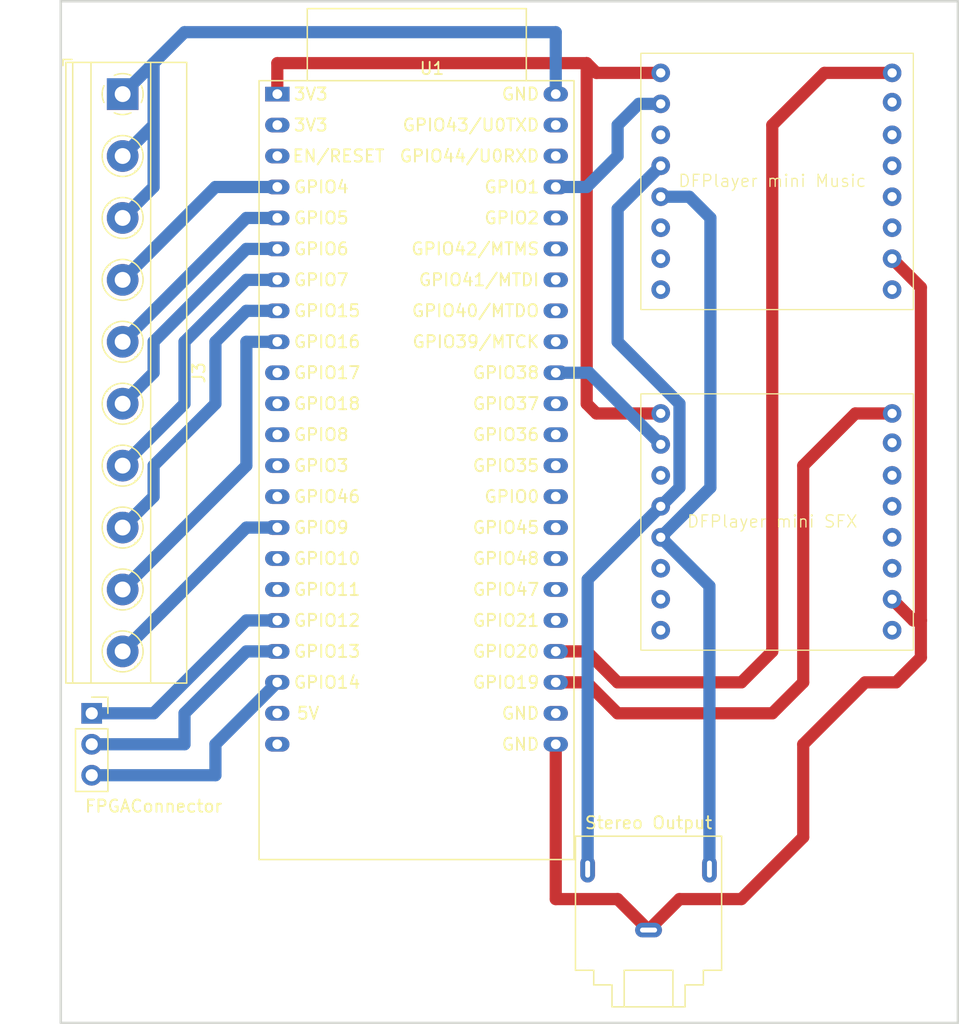
<source format=kicad_pcb>
(kicad_pcb (version 20221018) (generator pcbnew)
  (title_block (title "RetroGame PCB") (date "2024-04-07") (rev "1.1") (comment 1 "Changed DFPlayer connections from GPIO36->38 and GPIO44->1"))
  (layers (0 "F.Cu" signal) (31 "B.Cu" signal) (34 "B.Paste" user) (35 "F.Paste" user) (36 "B.SilkS" user "B.Silkscreen") (37 "F.SilkS" user "F.Silkscreen") (38 "B.Mask" user) (39 "F.Mask" user) (44 "Edge.Cuts" user))
  (net 0 "")
  (net 1 "/GND")
  (net 2 "Net-(FPGAConnectors1-Pin_1)")
  (net 3 "Net-(FPGAConnectors1-Pin_2)")
  (net 4 "Net-(FPGAConnectors1-Pin_3)")
  (net 21 "Net-(U1-GPIO38)")
  (net 27 "Net-(U1-GPIO1{slash}ADC1_CH0)")
  (net 30 "/DAC_R")
  (net 31 "/DAC_L")
  (net 32 "/VCC")
  (net 38 "Net-(U1-GPIO19{slash}USB_D-)")
  (net 39 "Net-(U1-GPIO20{slash}USB_D+)")
  (net 54 "Net-(J3-Pin_1)")
  (net 55 "Net-(J3-Pin_2)")
  (net 56 "Net-(J3-Pin_3)")
  (net 57 "Net-(J3-Pin_4)")
  (net 58 "Net-(J3-Pin_5)")
  (net 59 "Net-(J3-Pin_6)")
  (net 60 "Net-(J3-Pin_7)")
  (footprint "Library:DFPlayer Mini" (layer "F.Cu") (at 167.64 48.26)
    (fp_text reference "DFPlayer mini Music" (at 0 -0.5 unlocked) (layer "F.SilkS") (effects (font (thickness 0.1))))
    (fp_text value "~")
    (fp_rect (start -10.79 -10.97) (end 11.58 10.06) (stroke (width 0.1)) (fill none) (layer "F.SilkS"))
    (pad "1" thru_hole circle (at -9.16 -9.36) (size 1.524 1.524) (drill 0.762) (layers "*.Cu" "*.Mask") (net 32 "/VCC"))
    (pad "2" thru_hole circle (at -9.16 -6.82) (size 1.524 1.524) (drill 0.762) (layers "*.Cu" "*.Mask") (net 27 "Net-(U1-GPIO1{slash}ADC1_CH0)"))
    (pad "3" thru_hole circle (at -9.16 -4.28) (size 1.524 1.524) (drill 0.762) (layers "*.Cu" "*.Mask"))
    (pad "4" thru_hole circle (at -9.16 -1.74) (size 1.524 1.524) (drill 0.762) (layers "*.Cu" "*.Mask") (net 30 "/DAC_R"))
    (pad "5" thru_hole circle (at -9.16 0.8) (size 1.524 1.524) (drill 0.762) (layers "*.Cu" "*.Mask") (net 31 "/DAC_L"))
    (pad "6" thru_hole circle (at -9.16 3.34) (size 1.524 1.524) (drill 0.762) (layers "*.Cu" "*.Mask"))
    (pad "7" thru_hole circle (at -9.16 5.88) (size 1.524 1.524) (drill 0.762) (layers "*.Cu" "*.Mask"))
    (pad "8" thru_hole circle (at -9.16 8.42) (size 1.524 1.524) (drill 0.762) (layers "*.Cu" "*.Mask"))
    (pad "9" thru_hole circle (at 9.84 8.42) (size 1.524 1.524) (drill 0.762) (layers "*.Cu" "*.Mask"))
    (pad "10" thru_hole circle (at 9.84 5.88) (size 1.524 1.524) (drill 0.762) (layers "*.Cu" "*.Mask") (net 1 "/GND"))
    (pad "11" thru_hole circle (at 9.84 3.34) (size 1.524 1.524) (drill 0.762) (layers "*.Cu" "*.Mask"))
    (pad "12" thru_hole circle (at 9.84 0.8) (size 1.524 1.524) (drill 0.762) (layers "*.Cu" "*.Mask"))
    (pad "13" thru_hole circle (at 9.84 -1.74) (size 1.524 1.524) (drill 0.762) (layers "*.Cu" "*.Mask"))
    (pad "14" thru_hole circle (at 9.84 -4.28) (size 1.524 1.524) (drill 0.762) (layers "*.Cu" "*.Mask"))
    (pad "15" thru_hole circle (at 9.84 -6.96) (size 1.524 1.524) (drill 0.762) (layers "*.Cu" "*.Mask"))
    (pad "16" thru_hole circle (at 9.84 -9.36) (size 1.524 1.524) (drill 0.762) (layers "*.Cu" "*.Mask") (net 39 "Net-(U1-GPIO20{slash}USB_D+)"))
  )
  (footprint "Library:DFPlayer Mini" (layer "F.Cu") (at 167.64 76.2)
    (fp_text reference "DFPlayer mini SFX" (at 0 -0.5 unlocked) (layer "F.SilkS") (effects (font (thickness 0.1))))
    (fp_text value "~")
    (fp_rect (start -10.79 -10.97) (end 11.58 10.06) (stroke (width 0.1)) (fill none) (layer "F.SilkS"))
    (pad "1" thru_hole circle (at -9.16 -9.36) (size 1.524 1.524) (drill 0.762) (layers "*.Cu" "*.Mask") (net 32 "/VCC"))
    (pad "2" thru_hole circle (at -9.16 -6.82) (size 1.524 1.524) (drill 0.762) (layers "*.Cu" "*.Mask") (net 21 "Net-(U1-GPIO38)"))
    (pad "3" thru_hole circle (at -9.16 -4.28) (size 1.524 1.524) (drill 0.762) (layers "*.Cu" "*.Mask"))
    (pad "4" thru_hole circle (at -9.16 -1.74) (size 1.524 1.524) (drill 0.762) (layers "*.Cu" "*.Mask") (net 30 "/DAC_R"))
    (pad "5" thru_hole circle (at -9.16 0.8) (size 1.524 1.524) (drill 0.762) (layers "*.Cu" "*.Mask") (net 31 "/DAC_L"))
    (pad "6" thru_hole circle (at -9.16 3.34) (size 1.524 1.524) (drill 0.762) (layers "*.Cu" "*.Mask"))
    (pad "7" thru_hole circle (at -9.16 5.88) (size 1.524 1.524) (drill 0.762) (layers "*.Cu" "*.Mask"))
    (pad "8" thru_hole circle (at -9.16 8.42) (size 1.524 1.524) (drill 0.762) (layers "*.Cu" "*.Mask"))
    (pad "9" thru_hole circle (at 9.84 8.42) (size 1.524 1.524) (drill 0.762) (layers "*.Cu" "*.Mask"))
    (pad "10" thru_hole circle (at 9.84 5.88) (size 1.524 1.524) (drill 0.762) (layers "*.Cu" "*.Mask") (net 1 "/GND"))
    (pad "11" thru_hole circle (at 9.84 3.34) (size 1.524 1.524) (drill 0.762) (layers "*.Cu" "*.Mask"))
    (pad "12" thru_hole circle (at 9.84 0.8) (size 1.524 1.524) (drill 0.762) (layers "*.Cu" "*.Mask"))
    (pad "13" thru_hole circle (at 9.84 -1.74) (size 1.524 1.524) (drill 0.762) (layers "*.Cu" "*.Mask"))
    (pad "14" thru_hole circle (at 9.84 -4.28) (size 1.524 1.524) (drill 0.762) (layers "*.Cu" "*.Mask"))
    (pad "15" thru_hole circle (at 9.84 -6.96) (size 1.524 1.524) (drill 0.762) (layers "*.Cu" "*.Mask"))
    (pad "16" thru_hole circle (at 9.84 -9.36) (size 1.524 1.524) (drill 0.762) (layers "*.Cu" "*.Mask") (net 38 "Net-(U1-GPIO19{slash}USB_D-)"))
  )
  (footprint "Connector_Audio:Jack_3.5mm_CUI_SJ1-3523N_Horizontal" (layer "F.Cu") (at 157.48 109.22)
    (fp_text reference "Stereo Output" (at 0 -8.8) (layer "F.SilkS"))
    (fp_text value "AudioJack3")
    (fp_line (start -6 -7.7) (end 6 -7.7) (stroke (width 0.12)) (layer "F.SilkS"))
    (fp_line (start -6 3.3) (end -6 -7.7) (stroke (width 0.12)) (layer "F.SilkS"))
    (fp_line (start -4.5 3.3) (end -6 3.3) (stroke (width 0.12)) (layer "F.SilkS"))
    (fp_line (start -4.5 4.5) (end -4.5 3.3) (stroke (width 0.12)) (layer "F.SilkS"))
    (fp_line (start -3 4.5) (end -4.5 4.5) (stroke (width 0.12)) (layer "F.SilkS"))
    (fp_line (start -3 6.3) (end -3 4.5) (stroke (width 0.12)) (layer "F.SilkS"))
    (fp_line (start -2 3.3) (end -2 6.3) (stroke (width 0.12)) (layer "F.SilkS"))
    (fp_line (start 2 3.3) (end -2 3.3) (stroke (width 0.12)) (layer "F.SilkS"))
    (fp_line (start 2 6.3) (end 2 3.3) (stroke (width 0.12)) (layer "F.SilkS"))
    (fp_line (start 3 4.5) (end 3 6.3) (stroke (width 0.12)) (layer "F.SilkS"))
    (fp_line (start 3 6.3) (end -3 6.3) (stroke (width 0.12)) (layer "F.SilkS"))
    (fp_line (start 4.5 3.3) (end 4.5 4.5) (stroke (width 0.12)) (layer "F.SilkS"))
    (fp_line (start 4.5 4.5) (end 3 4.5) (stroke (width 0.12)) (layer "F.SilkS"))
    (fp_line (start 6 -7.7) (end 6 3.3) (stroke (width 0.12)) (layer "F.SilkS"))
    (fp_line (start 6 3.3) (end 4.5 3.3) (stroke (width 0.12)) (layer "F.SilkS"))
    (pad "" np_thru_hole circle (at -5 0) (size 1.2 1.2) (drill 1.2) (layers "*.Cu"))
    (pad "" np_thru_hole circle (at -5 2.5) (size 1.2 1.2) (drill 1.2) (layers "*.Cu"))
    (pad "" np_thru_hole circle (at 0 -5) (size 1.2 1.2) (drill 1.2) (layers "*.Cu"))
    (pad "" np_thru_hole circle (at 5 0) (size 1.2 1.2) (drill 1.2) (layers "*.Cu"))
    (pad "" np_thru_hole circle (at 5 2.5) (size 1.2 1.2) (drill 1.2) (layers "*.Cu"))
    (pad "R" thru_hole oval (at -5 -5) (size 1.2 2.2) (drill oval 0.4 1.4) (layers "*.Cu" "*.Mask") (net 30 "/DAC_R"))
    (pad "S" thru_hole oval (at 0 0) (size 2.2 1.2) (drill oval 1.4 0.4) (layers "*.Cu" "*.Mask") (net 1 "/GND"))
    (pad "T" thru_hole oval (at 5 -5 180) (size 1.2 2.2) (drill oval 0.4 1.4) (layers "*.Cu" "*.Mask") (net 31 "/DAC_L"))
  )
  (footprint "PCM_Espressif:ESP32-S3-DevKitC" (layer "F.Cu") (at 127 40.64)
    (fp_text reference "U1" (at 12.7 -2.1) (layer "F.SilkS"))
    (fp_text value "ESP32-S3-DevKitC" hide)
    (fp_text user "GPIO13" (at 1.27 45.72 unlocked) (layer "F.SilkS") (effects (justify left)))
    (fp_text user "GPIO7" (at 1.27 15.24 unlocked) (layer "F.SilkS") (effects (justify left)))
    (fp_text user "GND" (at 21.59 53.34 unlocked) (layer "F.SilkS") (effects (justify right)))
    (fp_text user "3V3" (at 1.27 2.54 unlocked) (layer "F.SilkS") (effects (justify left)))
    (fp_text user "GPIO47" (at 21.59 40.64 unlocked) (layer "F.SilkS") (effects (justify right)))
    (fp_text user "GPIO46" (at 1.27 33.02 unlocked) (layer "F.SilkS") (effects (justify left)))
    (fp_text user "GPIO45" (at 21.59 35.56 unlocked) (layer "F.SilkS") (effects (justify right)))
    (fp_text user "GPIO5" (at 1.27 10.16 unlocked) (layer "F.SilkS") (effects (justify left)))
    (fp_text user "GPIO17" (at 1.27 22.86 unlocked) (layer "F.SilkS") (effects (justify left)))
    (fp_text user "GPIO11" (at 1.27 40.64 unlocked) (layer "F.SilkS") (effects (justify left)))
    (fp_text user "GPIO20" (at 21.59 45.72 unlocked) (layer "F.SilkS") (effects (justify right)))
    (fp_text user "GPIO12" (at 1.27 43.18 unlocked) (layer "F.SilkS") (effects (justify left)))
    (fp_text user "GPIO4" (at 1.27 7.62 unlocked) (layer "F.SilkS") (effects (justify left)))
    (fp_text user "3V3" (at 1.27 0 unlocked) (layer "F.SilkS") (effects (justify left)))
    (fp_text user "GPIO8" (at 1.27 27.94 unlocked) (layer "F.SilkS") (effects (justify left)))
    (fp_text user "GPIO48" (at 21.59 38.1 unlocked) (layer "F.SilkS") (effects (justify right)))
    (fp_text user "GPIO42/MTMS" (at 21.59 12.7 unlocked) (layer "F.SilkS") (effects (justify right)))
    (fp_text user "GPIO41/MTDI" (at 21.59 15.24 unlocked) (layer "F.SilkS") (effects (justify right)))
    (fp_text user "GPIO37" (at 21.59 25.4 unlocked) (layer "F.SilkS") (effects (justify right)))
    (fp_text user "5V" (at 1.52032 50.79728 unlocked) (layer "F.SilkS") (effects (justify left)))
    (fp_text user "GPIO40/MTDO" (at 21.59 17.78 unlocked) (layer "F.SilkS") (effects (justify right)))
    (fp_text user "GPIO43/U0TXD" (at 21.59 2.54 unlocked) (layer "F.SilkS") (effects (justify right)))
    (fp_text user "GPIO35" (at 21.59 30.48 unlocked) (layer "F.SilkS") (effects (justify right)))
    (fp_text user "GPIO18" (at 1.27 25.4 unlocked) (layer "F.SilkS") (effects (justify left)))
    (fp_text user "GPIO2" (at 21.59 10.16 unlocked) (layer "F.SilkS") (effects (justify right)))
    (fp_text user "GPIO1" (at 21.59 7.62 unlocked) (layer "F.SilkS") (effects (justify right)))
    (fp_text user "GPIO14" (at 1.27 48.26 unlocked) (layer "F.SilkS") (effects (justify left)))
    (fp_text user "GPIO3" (at 1.27 30.48 unlocked) (layer "F.SilkS") (effects (justify left)))
    (fp_text user "GPIO38" (at 21.59 22.86 unlocked) (layer "F.SilkS") (effects (justify right)))
    (fp_text user "GPIO44/U0RXD" (at 21.59 5.08 unlocked) (layer "F.SilkS") (effects (justify right)))
    (fp_text user "GPIO10" (at 1.27 38.1 unlocked) (layer "F.SilkS") (effects (justify left)))
    (fp_text user "GPIO15" (at 1.27 17.78 unlocked) (layer "F.SilkS") (effects (justify left)))
    (fp_text user "GPIO6" (at 1.27 12.7 unlocked) (layer "F.SilkS") (effects (justify left)))
    (fp_text user "GPIO21" (at 21.59 43.18 unlocked) (layer "F.SilkS") (effects (justify right)))
    (fp_text user "GPIO19" (at 21.59 48.26 unlocked) (layer "F.SilkS") (effects (justify right)))
    (fp_text user "GPIO9" (at 1.27 35.56 unlocked) (layer "F.SilkS") (effects (justify left)))
    (fp_text user "GPIO16" (at 1.27 20.32 unlocked) (layer "F.SilkS") (effects (justify left)))
    (fp_text user "GPIO36" (at 21.59 27.94 unlocked) (layer "F.SilkS") (effects (justify right)))
    (fp_text user "GPIO0" (at 21.59 33.02 unlocked) (layer "F.SilkS") (effects (justify right)))
    (fp_text user "GND" (at 21.59 0 unlocked) (layer "F.SilkS") (effects (justify right)))
    (fp_text user "GND" (at 21.59 50.8 unlocked) (layer "F.SilkS") (effects (justify right)))
    (fp_text user "GPIO39/MTCK" (at 21.59 20.32 unlocked) (layer "F.SilkS") (effects (justify right)))
    (fp_text user "EN/RESET" (at 8.88632 5.07728 unlocked) (layer "F.SilkS") (effects (justify right)))
    (fp_line (start -1.5 62.79728) (end 24.359999 62.79728) (stroke (width 0.12)) (layer "F.SilkS"))
    (fp_line (start -1.499999 -1.1) (end -1.5 62.79728) (stroke (width 0.12)) (layer "F.SilkS"))
    (fp_line (start 2.46012 -7.01312) (end 20.44332 -7.01312) (stroke (width 0.12)) (layer "F.SilkS"))
    (fp_line (start 2.46012 -1.12032) (end 2.46012 -7.01312) (stroke (width 0.12)) (layer "F.SilkS"))
    (fp_line (start 20.44332 -7.01312) (end 20.44332 -1.12032) (stroke (width 0.12)) (layer "F.SilkS"))
    (fp_line (start 24.359999 62.79728) (end 24.36 -1.1) (stroke (width 0.12)) (layer "F.SilkS"))
    (fp_line (start 24.36 -1.1) (end -1.499999 -1.1) (stroke (width 0.12)) (layer "F.SilkS"))
    (pad "1" thru_hole rect (at 0 0 270) (size 1.2 2) (drill 0.8) (layers "*.Cu" "*.Mask") (net 32 "/VCC"))
    (pad "2" thru_hole oval (at 0 2.54 270) (size 1.2 2) (drill 0.8) (layers "*.Cu" "*.Mask") (net 32 "/VCC"))
    (pad "3" thru_hole oval (at 0 5.08 270) (size 1.2 2) (drill 0.8) (layers "*.Cu" "*.Mask"))
    (pad "4" thru_hole oval (at 0 7.62 270) (size 1.2 2) (drill 0.8) (layers "*.Cu" "*.Mask") (net 60 "Net-(J3-Pin_7)"))
    (pad "5" thru_hole oval (at 0 10.16 270) (size 1.2 2) (drill 0.8) (layers "*.Cu" "*.Mask") (net 59 "Net-(J3-Pin_6)"))
    (pad "6" thru_hole oval (at 0 12.7 270) (size 1.2 2) (drill 0.8) (layers "*.Cu" "*.Mask") (net 58 "Net-(J3-Pin_5)"))
    (pad "7" thru_hole oval (at 0 15.24 270) (size 1.2 2) (drill 0.8) (layers "*.Cu" "*.Mask") (net 57 "Net-(J3-Pin_4)"))
    (pad "8" thru_hole oval (at 0 17.78 270) (size 1.2 2) (drill 0.8) (layers "*.Cu" "*.Mask") (net 56 "Net-(J3-Pin_3)"))
    (pad "9" thru_hole oval (at 0 20.32 270) (size 1.2 2) (drill 0.8) (layers "*.Cu" "*.Mask") (net 55 "Net-(J3-Pin_2)"))
    (pad "10" thru_hole oval (at 0 22.86 270) (size 1.2 2) (drill 0.8) (layers "*.Cu" "*.Mask"))
    (pad "11" thru_hole oval (at 0 25.4 270) (size 1.2 2) (drill 0.8) (layers "*.Cu" "*.Mask"))
    (pad "12" thru_hole oval (at 0 27.94 270) (size 1.2 2) (drill 0.8) (layers "*.Cu" "*.Mask"))
    (pad "13" thru_hole oval (at 0 30.48 270) (size 1.2 2) (drill 0.8) (layers "*.Cu" "*.Mask"))
    (pad "14" thru_hole oval (at 0 33.02 270) (size 1.2 2) (drill 0.8) (layers "*.Cu" "*.Mask"))
    (pad "15" thru_hole oval (at 0 35.56 270) (size 1.2 2) (drill 0.8) (layers "*.Cu" "*.Mask") (net 54 "Net-(J3-Pin_1)"))
    (pad "16" thru_hole oval (at 0 38.1 270) (size 1.2 2) (drill 0.8) (layers "*.Cu" "*.Mask"))
    (pad "17" thru_hole oval (at 0 40.64 270) (size 1.2 2) (drill 0.8) (layers "*.Cu" "*.Mask"))
    (pad "18" thru_hole oval (at 0 43.18 270) (size 1.2 2) (drill 0.8) (layers "*.Cu" "*.Mask") (net 2 "Net-(FPGAConnectors1-Pin_1)"))
    (pad "19" thru_hole oval (at 0 45.72 270) (size 1.2 2) (drill 0.8) (layers "*.Cu" "*.Mask") (net 3 "Net-(FPGAConnectors1-Pin_2)"))
    (pad "20" thru_hole oval (at -0.00368 48.25728 270) (size 1.2 2) (drill 0.8) (layers "*.Cu" "*.Mask") (net 4 "Net-(FPGAConnectors1-Pin_3)"))
    (pad "21" thru_hole oval (at -0.00368 50.79728 270) (size 1.2 2) (drill 0.8) (layers "*.Cu" "*.Mask"))
    (pad "22" thru_hole oval (at -0.00368 53.33728 270) (size 1.2 2) (drill 0.8) (layers "*.Cu" "*.Mask") (net 1 "/GND"))
    (pad "23" thru_hole oval (at 22.86 53.34 270) (size 1.2 2) (drill 0.8) (layers "*.Cu" "*.Mask") (net 1 "/GND"))
    (pad "24" thru_hole oval (at 22.86 50.8 270) (size 1.2 2) (drill 0.8) (layers "*.Cu" "*.Mask") (net 1 "/GND"))
    (pad "25" thru_hole oval (at 22.86 48.26 270) (size 1.2 2) (drill 0.8) (layers "*.Cu" "*.Mask") (net 38 "Net-(U1-GPIO19{slash}USB_D-)"))
    (pad "26" thru_hole oval (at 22.86 45.72 270) (size 1.2 2) (drill 0.8) (layers "*.Cu" "*.Mask") (net 39 "Net-(U1-GPIO20{slash}USB_D+)"))
    (pad "27" thru_hole oval (at 22.86 43.18 270) (size 1.2 2) (drill 0.8) (layers "*.Cu" "*.Mask"))
    (pad "28" thru_hole oval (at 22.86 40.64 270) (size 1.2 2) (drill 0.8) (layers "*.Cu" "*.Mask"))
    (pad "29" thru_hole oval (at 22.86 38.1 270) (size 1.2 2) (drill 0.8) (layers "*.Cu" "*.Mask"))
    (pad "30" thru_hole oval (at 22.86 35.56 270) (size 1.2 2) (drill 0.8) (layers "*.Cu" "*.Mask"))
    (pad "31" thru_hole oval (at 22.86 33.02 270) (size 1.2 2) (drill 0.8) (layers "*.Cu" "*.Mask"))
    (pad "32" thru_hole oval (at 22.86 30.48 270) (size 1.2 2) (drill 0.8) (layers "*.Cu" "*.Mask"))
    (pad "33" thru_hole oval (at 22.86 27.94 270) (size 1.2 2) (drill 0.8) (layers "*.Cu" "*.Mask"))
    (pad "34" thru_hole oval (at 22.86 25.4 270) (size 1.2 2) (drill 0.8) (layers "*.Cu" "*.Mask"))
    (pad "35" thru_hole oval (at 22.86 22.86 270) (size 1.2 2) (drill 0.8) (layers "*.Cu" "*.Mask") (net 21 "Net-(U1-GPIO38)"))
    (pad "36" thru_hole oval (at 22.86 20.32 270) (size 1.2 2) (drill 0.8) (layers "*.Cu" "*.Mask"))
    (pad "37" thru_hole oval (at 22.86 17.78 270) (size 1.2 2) (drill 0.8) (layers "*.Cu" "*.Mask"))
    (pad "38" thru_hole oval (at 22.86 15.24 270) (size 1.2 2) (drill 0.8) (layers "*.Cu" "*.Mask"))
    (pad "39" thru_hole oval (at 22.86 12.7 270) (size 1.2 2) (drill 0.8) (layers "*.Cu" "*.Mask"))
    (pad "40" thru_hole oval (at 22.86 10.16 270) (size 1.2 2) (drill 0.8) (layers "*.Cu" "*.Mask"))
    (pad "41" thru_hole oval (at 22.86 7.62 270) (size 1.2 2) (drill 0.8) (layers "*.Cu" "*.Mask") (net 27 "Net-(U1-GPIO1{slash}ADC1_CH0)"))
    (pad "42" thru_hole oval (at 22.86 5.08 270) (size 1.2 2) (drill 0.8) (layers "*.Cu" "*.Mask"))
    (pad "43" thru_hole oval (at 22.86 2.54 270) (size 1.2 2) (drill 0.8) (layers "*.Cu" "*.Mask"))
    (pad "44" thru_hole oval (at 22.86 0 270) (size 1.2 2) (drill 0.8) (layers "*.Cu" "*.Mask") (net 1 "/GND"))
  )
  (footprint "Connector_PinSocket_2.54mm:PinSocket_1x03_P2.54mm_Vertical" (layer "F.Cu") (at 111.76 91.44)
    (fp_text reference "FPGAConnector" (at 5.08 7.62) (layer "F.SilkS"))
    (fp_text value "Conn_01x03_Socket")
    (fp_line (start -1.33 1.27) (end -1.33 6.41) (stroke (width 0.12)) (layer "F.SilkS"))
    (fp_line (start -1.33 1.27) (end 1.33 1.27) (stroke (width 0.12)) (layer "F.SilkS"))
    (fp_line (start -1.33 6.41) (end 1.33 6.41) (stroke (width 0.12)) (layer "F.SilkS"))
    (fp_line (start 0 -1.33) (end 1.33 -1.33) (stroke (width 0.12)) (layer "F.SilkS"))
    (fp_line (start 1.33 -1.33) (end 1.33 0) (stroke (width 0.12)) (layer "F.SilkS"))
    (fp_line (start 1.33 1.27) (end 1.33 6.41) (stroke (width 0.12)) (layer "F.SilkS"))
    (pad "1" thru_hole rect (at 0 0) (size 1.7 1.7) (drill 1) (layers "*.Cu" "*.Mask") (net 2 "Net-(FPGAConnectors1-Pin_1)"))
    (pad "2" thru_hole oval (at 0 2.54) (size 1.7 1.7) (drill 1) (layers "*.Cu" "*.Mask") (net 3 "Net-(FPGAConnectors1-Pin_2)"))
    (pad "3" thru_hole oval (at 0 5.08) (size 1.7 1.7) (drill 1) (layers "*.Cu" "*.Mask") (net 4 "Net-(FPGAConnectors1-Pin_3)"))
  )
  (footprint "TerminalBlock_Phoenix:TerminalBlock_Phoenix_MKDS-1,5-10-5.08_1x10_P5.08mm_Horizontal" (layer "F.Cu") (at 114.3 40.64 -90)
    (fp_text reference "J3" (at 22.86 -6.26 90) (layer "F.SilkS"))
    (fp_text value "Screw_Terminal_01x10")
    (fp_line (start -2.84 4.16) (end -2.84 4.9) (stroke (width 0.12)) (layer "F.SilkS"))
    (fp_line (start -2.84 4.9) (end -2.34 4.9) (stroke (width 0.12)) (layer "F.SilkS"))
    (fp_line (start -2.6 -5.261) (end -2.6 4.66) (stroke (width 0.12)) (layer "F.SilkS"))
    (fp_line (start -2.6 -5.261) (end 48.32 -5.261) (stroke (width 0.12)) (layer "F.SilkS"))
    (fp_line (start -2.6 -2.301) (end 48.32 -2.301) (stroke (width 0.12)) (layer "F.SilkS"))
    (fp_line (start -2.6 2.6) (end 48.32 2.6) (stroke (width 0.12)) (layer "F.SilkS"))
    (fp_line (start -2.6 4.1) (end 48.32 4.1) (stroke (width 0.12)) (layer "F.SilkS"))
    (fp_line (start -2.6 4.66) (end 48.32 4.66) (stroke (width 0.12)) (layer "F.SilkS"))
    (fp_line (start 3.853 1.023) (end 3.806 1.069) (stroke (width 0.12)) (layer "F.SilkS"))
    (fp_line (start 4.046 1.239) (end 4.011 1.274) (stroke (width 0.12)) (layer "F.SilkS"))
    (fp_line (start 6.15 -1.275) (end 6.115 -1.239) (stroke (width 0.12)) (layer "F.SilkS"))
    (fp_line (start 6.355 -1.069) (end 6.308 -1.023) (stroke (width 0.12)) (layer "F.SilkS"))
    (fp_line (start 8.933 1.023) (end 8.886 1.069) (stroke (width 0.12)) (layer "F.SilkS"))
    (fp_line (start 9.126 1.239) (end 9.091 1.274) (stroke (width 0.12)) (layer "F.SilkS"))
    (fp_line (start 11.23 -1.275) (end 11.195 -1.239) (stroke (width 0.12)) (layer "F.SilkS"))
    (fp_line (start 11.435 -1.069) (end 11.388 -1.023) (stroke (width 0.12)) (layer "F.SilkS"))
    (fp_line (start 14.013 1.023) (end 13.966 1.069) (stroke (width 0.12)) (layer "F.SilkS"))
    (fp_line (start 14.206 1.239) (end 14.171 1.274) (stroke (width 0.12)) (layer "F.SilkS"))
    (fp_line (start 16.31 -1.275) (end 16.275 -1.239) (stroke (width 0.12)) (layer "F.SilkS"))
    (fp_line (start 16.515 -1.069) (end 16.468 -1.023) (stroke (width 0.12)) (layer "F.SilkS"))
    (fp_line (start 19.093 1.023) (end 19.046 1.069) (stroke (width 0.12)) (layer "F.SilkS"))
    (fp_line (start 19.286 1.239) (end 19.251 1.274) (stroke (width 0.12)) (layer "F.SilkS"))
    (fp_line (start 21.39 -1.275) (end 21.355 -1.239) (stroke (width 0.12)) (layer "F.SilkS"))
    (fp_line (start 21.595 -1.069) (end 21.548 -1.023) (stroke (width 0.12)) (layer "F.SilkS"))
    (fp_line (start 24.173 1.023) (end 24.126 1.069) (stroke (width 0.12)) (layer "F.SilkS"))
    (fp_line (start 24.366 1.239) (end 24.331 1.274) (stroke (width 0.12)) (layer "F.SilkS"))
    (fp_line (start 26.47 -1.275) (end 26.435 -1.239) (stroke (width 0.12)) (layer "F.SilkS"))
    (fp_line (start 26.675 -1.069) (end 26.628 -1.023) (stroke (width 0.12)) (layer "F.SilkS"))
    (fp_line (start 29.253 1.023) (end 29.206 1.069) (stroke (width 0.12)) (layer "F.SilkS"))
    (fp_line (start 29.446 1.239) (end 29.411 1.274) (stroke (width 0.12)) (layer "F.SilkS"))
    (fp_line (start 31.55 -1.275) (end 31.515 -1.239) (stroke (width 0.12)) (layer "F.SilkS"))
    (fp_line (start 31.755 -1.069) (end 31.708 -1.023) (stroke (width 0.12)) (layer "F.SilkS"))
    (fp_line (start 34.333 1.023) (end 34.286 1.069) (stroke (width 0.12)) (layer "F.SilkS"))
    (fp_line (start 34.526 1.239) (end 34.491 1.274) (stroke (width 0.12)) (layer "F.SilkS"))
    (fp_line (start 36.63 -1.275) (end 36.595 -1.239) (stroke (width 0.12)) (layer "F.SilkS"))
    (fp_line (start 36.835 -1.069) (end 36.788 -1.023) (stroke (width 0.12)) (layer "F.SilkS"))
    (fp_line (start 39.413 1.023) (end 39.366 1.069) (stroke (width 0.12)) (layer "F.SilkS"))
    (fp_line (start 39.606 1.239) (end 39.571 1.274) (stroke (width 0.12)) (layer "F.SilkS"))
    (fp_line (start 41.71 -1.275) (end 41.675 -1.239) (stroke (width 0.12)) (layer "F.SilkS"))
    (fp_line (start 41.915 -1.069) (end 41.868 -1.023) (stroke (width 0.12)) (layer "F.SilkS"))
    (fp_line (start 44.493 1.023) (end 44.446 1.069) (stroke (width 0.12)) (layer "F.SilkS"))
    (fp_line (start 44.686 1.239) (end 44.651 1.274) (stroke (width 0.12)) (layer "F.SilkS"))
    (fp_line (start 46.79 -1.275) (end 46.755 -1.239) (stroke (width 0.12)) (layer "F.SilkS"))
    (fp_line (start 46.995 -1.069) (end 46.948 -1.023) (stroke (width 0.12)) (layer "F.SilkS"))
    (fp_line (start 48.32 -5.261) (end 48.32 4.66) (stroke (width 0.12)) (layer "F.SilkS"))
    (fp_arc (start -1.535427 0.683042) (mid -1.680501 -0.000524) (end -1.535 -0.684) (stroke (width 0.12)) (layer "F.SilkS"))
    (fp_arc (start -0.683042 -1.535427) (mid 0.000524 -1.680501) (end 0.684 -1.535) (stroke (width 0.12)) (layer "F.SilkS"))
    (fp_arc (start 0.028805 1.680253) (mid -0.335551 1.646659) (end -0.684 1.535) (stroke (width 0.12)) (layer "F.SilkS"))
    (fp_arc (start 0.683318 1.534756) (mid 0.349292 1.643288) (end 0 1.68) (stroke (width 0.12)) (layer "F.SilkS"))
    (fp_arc (start 1.535427 -0.683042) (mid 1.680501 0.000524) (end 1.535 0.684) (stroke (width 0.12)) (layer "F.SilkS"))
    (fp_circle (center 5.08 0) (end 6.76 0) (stroke (width 0.12)) (fill none) (layer "F.SilkS"))
    (fp_circle (center 10.16 0) (end 11.84 0) (stroke (width 0.12)) (fill none) (layer "F.SilkS"))
    (fp_circle (center 15.24 0) (end 16.92 0) (stroke (width 0.12)) (fill none) (layer "F.SilkS"))
    (fp_circle (center 20.32 0) (end 22 0) (stroke (width 0.12)) (fill none) (layer "F.SilkS"))
    (fp_circle (center 25.4 0) (end 27.08 0) (stroke (width 0.12)) (fill none) (layer "F.SilkS"))
    (fp_circle (center 30.48 0) (end 32.16 0) (stroke (width 0.12)) (fill none) (layer "F.SilkS"))
    (fp_circle (center 35.56 0) (end 37.24 0) (stroke (width 0.12)) (fill none) (layer "F.SilkS"))
    (fp_circle (center 40.64 0) (end 42.32 0) (stroke (width 0.12)) (fill none) (layer "F.SilkS"))
    (fp_circle (center 45.72 0) (end 47.4 0) (stroke (width 0.12)) (fill none) (layer "F.SilkS"))
    (pad "1" thru_hole circle (at 45.72 0 270) (size 2.6 2.6) (drill 1.3) (layers "*.Cu" "*.Mask") (net 54 "Net-(J3-Pin_1)"))
    (pad "2" thru_hole circle (at 40.64 0 270) (size 2.6 2.6) (drill 1.3) (layers "*.Cu" "*.Mask") (net 55 "Net-(J3-Pin_2)"))
    (pad "3" thru_hole circle (at 35.56 0 270) (size 2.6 2.6) (drill 1.3) (layers "*.Cu" "*.Mask") (net 56 "Net-(J3-Pin_3)"))
    (pad "4" thru_hole circle (at 30.48 0 270) (size 2.6 2.6) (drill 1.3) (layers "*.Cu" "*.Mask") (net 57 "Net-(J3-Pin_4)"))
    (pad "5" thru_hole circle (at 25.4 0 270) (size 2.6 2.6) (drill 1.3) (layers "*.Cu" "*.Mask") (net 58 "Net-(J3-Pin_5)"))
    (pad "6" thru_hole circle (at 20.32 0 270) (size 2.6 2.6) (drill 1.3) (layers "*.Cu" "*.Mask") (net 59 "Net-(J3-Pin_6)"))
    (pad "7" thru_hole circle (at 15.24 0 270) (size 2.6 2.6) (drill 1.3) (layers "*.Cu" "*.Mask") (net 60 "Net-(J3-Pin_7)"))
    (pad "8" thru_hole circle (at 10.16 0 270) (size 2.6 2.6) (drill 1.3) (layers "*.Cu" "*.Mask") (net 1 "/GND"))
    (pad "9" thru_hole circle (at 5.08 0 270) (size 2.6 2.6) (drill 1.3) (layers "*.Cu" "*.Mask") (net 1 "/GND"))
    (pad "10" thru_hole rect (at 0 0 270) (size 2.6 2.6) (drill 1.3) (layers "*.Cu" "*.Mask") (net 1 "/GND"))
  )
  (gr_rect (start 109.22 33.02) (end 182.88 116.84) (stroke (width 0.2)) (fill none) (layer "Edge.Cuts"))
  (segment (start 179.84 86.86) (end 177.8 88.9) (width 1) (layer "F.Cu") (net 1))
  (segment (start 165.1 106.68) (end 160.02 106.68) (width 1) (layer "F.Cu") (net 1))
  (segment (start 154.94 106.68) (end 157.48 109.22) (width 1) (layer "F.Cu") (net 1))
  (segment (start 179.84 56.5) (end 179.84 83.82) (width 1) (layer "F.Cu") (net 1))
  (segment (start 177.48 82.08) (end 179.22 83.82) (width 1) (layer "F.Cu") (net 1))
  (segment (start 170.18 101.6) (end 165.1 106.68) (width 1) (layer "F.Cu") (net 1))
  (segment (start 149.86 93.98) (end 149.86 106.68) (width 1) (layer "F.Cu") (net 1))
  (segment (start 170.18 93.98) (end 170.18 101.6) (width 1) (layer "F.Cu") (net 1))
  (segment (start 177.48 54.14) (end 179.84 56.5) (width 1) (layer "F.Cu") (net 1))
  (segment (start 179.84 83.82) (end 179.84 86.86) (width 1) (layer "F.Cu") (net 1))
  (segment (start 175.26 88.9) (end 170.18 93.98) (width 1) (layer "F.Cu") (net 1))
  (segment (start 149.86 106.68) (end 154.94 106.68) (width 1) (layer "F.Cu") (net 1))
  (segment (start 179.22 83.82) (end 179.84 83.82) (width 1) (layer "F.Cu") (net 1))
  (segment (start 160.02 106.68) (end 157.48 109.22) (width 1) (layer "F.Cu") (net 1))
  (segment (start 177.8 88.9) (end 175.26 88.9) (width 1) (layer "F.Cu") (net 1))
  (segment (start 116.84 38.1) (end 114.3 40.64) (width 1) (layer "B.Cu") (net 1))
  (segment (start 114.3 50.8) (end 116.84 48.26) (width 1) (layer "B.Cu") (net 1))
  (segment (start 149.86 40.64) (end 149.86 35.56) (width 1) (layer "B.Cu") (net 1))
  (segment (start 114.3 45.72) (end 116.84 43.18) (width 1) (layer "B.Cu") (net 1))
  (segment (start 149.86 35.56) (end 119.38 35.56) (width 1) (layer "B.Cu") (net 1))
  (segment (start 116.84 48.26) (end 116.84 43.18) (width 1) (layer "B.Cu") (net 1))
  (segment (start 116.84 43.18) (end 116.84 38.1) (width 1) (layer "B.Cu") (net 1))
  (segment (start 119.38 35.56) (end 116.84 38.1) (width 1) (layer "B.Cu") (net 1))
  (segment (start 111.76 91.44) (end 116.84 91.44) (width 1) (layer "B.Cu") (net 2))
  (segment (start 116.84 91.44) (end 124.46 83.82) (width 1) (layer "B.Cu") (net 2))
  (segment (start 124.46 83.82) (end 127 83.82) (width 1) (layer "B.Cu") (net 2))
  (segment (start 119.38 93.98) (end 119.38 91.44) (width 1) (layer "B.Cu") (net 3))
  (segment (start 119.38 91.44) (end 124.46 86.36) (width 1) (layer "B.Cu") (net 3))
  (segment (start 124.46 86.36) (end 127 86.36) (width 1) (layer "B.Cu") (net 3))
  (segment (start 111.76 93.98) (end 119.38 93.98) (width 1) (layer "B.Cu") (net 3))
  (segment (start 121.92 93.9736) (end 126.99632 88.89728) (width 1) (layer "B.Cu") (net 4))
  (segment (start 111.76 96.52) (end 121.92 96.52) (width 1) (layer "B.Cu") (net 4))
  (segment (start 121.92 96.52) (end 121.92 93.9736) (width 1) (layer "B.Cu") (net 4))
  (segment (start 152.6 63.5) (end 149.86 63.5) (width 1) (layer "B.Cu") (net 21))
  (segment (start 158.48 69.38) (end 152.6 63.5) (width 1) (layer "B.Cu") (net 21))
  (segment (start 154.94 43.18) (end 154.94 45.72) (width 1) (layer "B.Cu") (net 27))
  (segment (start 152.4 48.26) (end 149.86 48.26) (width 1) (layer "B.Cu") (net 27))
  (segment (start 158.48 41.44) (end 156.68 41.44) (width 1) (layer "B.Cu") (net 27))
  (segment (start 154.94 45.72) (end 152.4 48.26) (width 1) (layer "B.Cu") (net 27))
  (segment (start 156.68 41.44) (end 154.94 43.18) (width 1) (layer "B.Cu") (net 27))
  (segment (start 154.94 60.96) (end 154.94 50.06) (width 1) (layer "B.Cu") (net 30))
  (segment (start 154.94 50.06) (end 158.48 46.52) (width 1) (layer "B.Cu") (net 30))
  (segment (start 152.48 104.22) (end 152.48 80.46) (width 1) (layer "B.Cu") (net 30))
  (segment (start 160.02 72.92) (end 160.02 66.04) (width 1) (layer "B.Cu") (net 30))
  (segment (start 160.02 66.04) (end 154.94 60.96) (width 1) (layer "B.Cu") (net 30))
  (segment (start 158.48 74.46) (end 160.02 72.92) (width 1) (layer "B.Cu") (net 30))
  (segment (start 152.48 80.46) (end 158.48 74.46) (width 1) (layer "B.Cu") (net 30))
  (segment (start 162.56 72.92) (end 158.48 77) (width 1) (layer "B.Cu") (net 31))
  (segment (start 160.82 49.06) (end 162.56 50.8) (width 1) (layer "B.Cu") (net 31))
  (segment (start 158.48 49.06) (end 160.82 49.06) (width 1) (layer "B.Cu") (net 31))
  (segment (start 162.56 50.8) (end 162.56 72.92) (width 1) (layer "B.Cu") (net 31))
  (segment (start 158.48 77) (end 162.48 81) (width 1) (layer "B.Cu") (net 31))
  (segment (start 162.48 81) (end 162.48 104.22) (width 1) (layer "B.Cu") (net 31))
  (segment (start 127 40.64) (end 127 38.1) (width 1) (layer "F.Cu") (net 32))
  (segment (start 158.48 66.84) (end 153.2 66.84) (width 1) (layer "F.Cu") (net 32))
  (segment (start 153.2 38.9) (end 152.4 38.1) (width 1) (layer "F.Cu") (net 32))
  (segment (start 127 38.1) (end 152.4 38.1) (width 1) (layer "F.Cu") (net 32))
  (segment (start 152.4 38.1) (end 152.4 66.04) (width 1) (layer "F.Cu") (net 32))
  (segment (start 153.2 66.84) (end 152.4 66.04) (width 1) (layer "F.Cu") (net 32))
  (segment (start 158.48 38.9) (end 153.2 38.9) (width 1) (layer "F.Cu") (net 32))
  (segment (start 167.64 91.44) (end 170.18 88.9) (width 1) (layer "F.Cu") (net 38))
  (segment (start 149.86 88.9) (end 152.4 88.9) (width 1) (layer "F.Cu") (net 38))
  (segment (start 174.46 66.84) (end 177.48 66.84) (width 1) (layer "F.Cu") (net 38))
  (segment (start 170.18 71.12) (end 174.46 66.84) (width 1) (layer "F.Cu") (net 38))
  (segment (start 170.18 88.9) (end 170.18 71.12) (width 1) (layer "F.Cu") (net 38))
  (segment (start 152.4 88.9) (end 154.94 91.44) (width 1) (layer "F.Cu") (net 38))
  (segment (start 154.94 91.44) (end 167.64 91.44) (width 1) (layer "F.Cu") (net 38))
  (segment (start 167.64 86.36) (end 167.64 43.18) (width 1) (layer "F.Cu") (net 39))
  (segment (start 171.92 38.9) (end 177.48 38.9) (width 1) (layer "F.Cu") (net 39))
  (segment (start 167.64 43.18) (end 171.92 38.9) (width 1) (layer "F.Cu") (net 39))
  (segment (start 165.1 88.9) (end 167.64 86.36) (width 1) (layer "F.Cu") (net 39))
  (segment (start 149.86 86.36) (end 152.4 86.36) (width 1) (layer "F.Cu") (net 39))
  (segment (start 152.4 86.36) (end 154.94 88.9) (width 1) (layer "F.Cu") (net 39))
  (segment (start 154.94 88.9) (end 165.1 88.9) (width 1) (layer "F.Cu") (net 39))
  (segment (start 124.46 76.2) (end 127 76.2) (width 1) (layer "B.Cu") (net 54))
  (segment (start 114.3 86.36) (end 124.46 76.2) (width 1) (layer "B.Cu") (net 54))
  (segment (start 114.3 81.28) (end 124.46 71.12) (width 1) (layer "B.Cu") (net 55))
  (segment (start 124.46 71.12) (end 124.46 60.96) (width 1) (layer "B.Cu") (net 55))
  (segment (start 124.46 60.96) (end 127 60.96) (width 1) (layer "B.Cu") (net 55))
  (segment (start 124.46 58.42) (end 127 58.42) (width 1) (layer "B.Cu") (net 56))
  (segment (start 114.3 76.2) (end 116.84 73.66) (width 1) (layer "B.Cu") (net 56))
  (segment (start 121.92 60.96) (end 124.46 58.42) (width 1) (layer "B.Cu") (net 56))
  (segment (start 116.84 73.66) (end 116.84 71.12) (width 1) (layer "B.Cu") (net 56))
  (segment (start 121.92 66.04) (end 121.92 60.96) (width 1) (layer "B.Cu") (net 56))
  (segment (start 116.84 71.12) (end 121.92 66.04) (width 1) (layer "B.Cu") (net 56))
  (segment (start 114.3 71.12) (end 119.38 66.04) (width 1) (layer "B.Cu") (net 57))
  (segment (start 119.38 60.96) (end 124.46 55.88) (width 1) (layer "B.Cu") (net 57))
  (segment (start 119.38 66.04) (end 119.38 60.96) (width 1) (layer "B.Cu") (net 57))
  (segment (start 124.46 55.88) (end 127 55.88) (width 1) (layer "B.Cu") (net 57))
  (segment (start 124.46 53.34) (end 127 53.34) (width 1) (layer "B.Cu") (net 58))
  (segment (start 116.84 60.96) (end 124.46 53.34) (width 1) (layer "B.Cu") (net 58))
  (segment (start 114.3 66.04) (end 116.84 63.5) (width 1) (layer "B.Cu") (net 58))
  (segment (start 116.84 63.5) (end 116.84 60.96) (width 1) (layer "B.Cu") (net 58))
  (segment (start 124.46 50.8) (end 127 50.8) (width 1) (layer "B.Cu") (net 59))
  (segment (start 114.3 60.96) (end 124.46 50.8) (width 1) (layer "B.Cu") (net 59))
  (segment (start 121.92 48.26) (end 114.3 55.88) (width 1) (layer "B.Cu") (net 60))
  (segment (start 121.92 48.26) (end 127 48.26) (width 1) (layer "B.Cu") (net 60))
)
</source>
